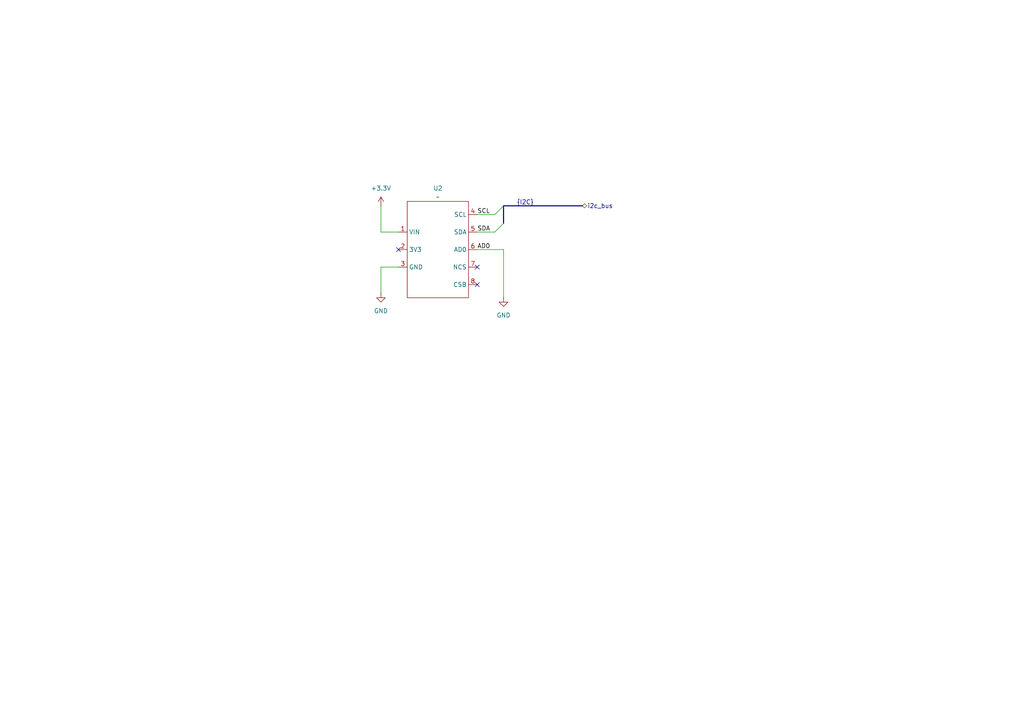
<source format=kicad_sch>
(kicad_sch (version 20250114) (generator "eeschema") (generator_version "9.0")
  (paper "A4")
  (lib_symbols
    (symbol "custom:GY-91"
      (property "Reference" "U" (at 0 0 0))
      (symbol "GY-91_0_1"
        (rectangle (start -8.89 13.97) (end 8.89 -13.97))
      )
      (symbol "GY-91_1_1"
        (pin power_in line (at -11.43 5.08 0) (length 2.54) (name "VIN") (number "1"))
        (pin power_out line (at -11.43 0 0) (length 2.54) (name "3V3") (number "2"))
        (pin power_in line (at -11.43 -5.08 0) (length 2.54) (name "GND") (number "3"))
        (pin bidirectional line (at 11.43 10.16 180) (length 2.54) (name "SCL") (number "4"))
        (pin bidirectional line (at 11.43 5.08 180) (length 2.54) (name "SDA") (number "5"))
        (pin bidirectional line (at 11.43 0 180) (length 2.54) (name "AD0") (number "6"))
        (pin input line (at 11.43 -5.08 180) (length 2.54) (name "NCS") (number "7"))
        (pin input line (at 11.43 -10.16 180) (length 2.54) (name "CSB") (number "8"))
      )
    )
    (symbol "power:+3.3V" (power) (pin_numbers (hide yes)) (pin_names (offset 0) (hide yes))
      (property "Value" "+3.3V" (at 0 3.556 0))
      (symbol "+3.3V_0_1"
        (polyline (pts (xy -0.762 1.27) (xy 0 2.54)))
        (polyline (pts (xy 0 2.54) (xy 0.762 1.27)))
        (polyline (pts (xy 0 0) (xy 0 2.54)))
      )
      (symbol "+3.3V_1_1"
        (pin power_in line (at 0 0 90) (length 0) (name "~") (number "1"))
      )
    )
    (symbol "power:GND" (power) (pin_numbers (hide yes)) (pin_names (offset 0) (hide yes))
      (property "Value" "GND" (at 0 -3.81 0))
      (symbol "GND_0_1"
        (polyline (pts (xy 0 0) (xy 0 -1.27) (xy 1.27 -1.27) (xy 0 -2.54) (xy -1.27 -1.27) (xy 0 -1.27)))
      )
      (symbol "GND_1_1"
        (pin power_in line (at 0 0 270) (length 0) (name "~") (number "1"))
      )
    )
  )
  (bus_alias "I2C" (members "SDA" "SCL"))
  (no_connect (at 138.43 82.55))
  (no_connect (at 115.57 72.39))
  (no_connect (at 138.43 77.47))
  (bus_entry (at 146.05 64.77) (size -2.54 2.54))
  (bus_entry (at 146.05 59.69) (size -2.54 2.54))
  (wire (pts (xy 110.49 67.31) (xy 115.57 67.31)))
  (wire (pts (xy 146.05 86.36) (xy 146.05 72.39)))
  (wire (pts (xy 146.05 72.39) (xy 138.43 72.39)))
  (bus (pts (xy 146.05 59.69) (xy 146.05 64.77)))
  (wire (pts (xy 143.51 62.23) (xy 138.43 62.23)))
  (bus (pts (xy 146.05 59.69) (xy 168.91 59.69)))
  (wire (pts (xy 110.49 59.69) (xy 110.49 67.31)))
  (wire (pts (xy 143.51 67.31) (xy 138.43 67.31)))
  (wire (pts (xy 110.49 77.47) (xy 110.49 85.09)))
  (wire (pts (xy 115.57 77.47) (xy 110.49 77.47)))
  (label "AD0" (at 138.43 72.39 0))
  (label "SDA" (at 138.43 67.31 0))
  (label "SCL" (at 138.43 62.23 0))
  (label "{I2C}" (at 149.86 59.69 0))
  (hierarchical_label "i2c_bus" (shape bidirectional) (at 168.91 59.69 0))
  (symbol (lib_id "custom:GY-91") (at 127 72.39 0) (unit 1)
    (property "Reference" "U2" (at 127 54.61 0))
    (property "Value" "~" (at 127 57.15 0))
    (property "Footprint" "custom:GY-91" (effects (hide yes)))
    (property "Datasheet" "https://github.com/ricardozago/GY91-MPU9250-BMP280/blob/master/Datasheet/ak8963c-datasheet.pdf" (effects (hide yes)))
    (property "Description" "10 in 1: acc, mag, gyro, barometer: i2c, spi" (effects (hide yes)))
  )
  (symbol (lib_id "power:GND") (at 110.49 85.09 0) (unit 1)
    (property "Reference" "#PWR0102" (effects (hide yes)))
    (property "Value" "GND" (at 110.49 90.17 0))
    (property "Description" "Power symbol creates a global label with name \"GND\" , ground" (effects (hide yes)))
  )
  (symbol (lib_id "power:GND") (at 146.05 86.36 0) (unit 1)
    (property "Reference" "#PWR09" (effects (hide yes)))
    (property "Value" "GND" (at 146.05 91.44 0))
    (property "Description" "Power symbol creates a global label with name \"GND\" , ground" (effects (hide yes)))
  )
  (symbol (lib_id "power:+3.3V") (at 110.49 59.69 0) (unit 1)
    (property "Reference" "#PWR0101" (effects (hide yes)))
    (property "Value" "+3.3V" (at 110.49 54.61 0))
    (property "Description" "Power symbol creates a global label with name \"+3.3V\"" (effects (hide yes)))
  )
)
</source>
